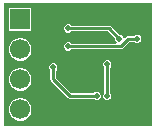
<source format=gbl>
G04*
G04 #@! TF.GenerationSoftware,Altium Limited,Altium Designer,22.1.2 (22)*
G04*
G04 Layer_Physical_Order=2*
G04 Layer_Color=16711680*
%FSLAX25Y25*%
%MOIN*%
G70*
G04*
G04 #@! TF.SameCoordinates,CB40C1EA-8919-4D87-B160-AD71CDEE434D*
G04*
G04*
G04 #@! TF.FilePolarity,Positive*
G04*
G01*
G75*
%ADD11C,0.01000*%
%ADD28C,0.06693*%
%ADD29R,0.06693X0.06693*%
%ADD30C,0.02000*%
G36*
X442500Y296500D02*
X393000D01*
Y337500D01*
X442500D01*
Y296500D01*
D02*
G37*
%LPC*%
G36*
X402247Y335747D02*
X394754D01*
Y328254D01*
X402247D01*
Y335747D01*
D02*
G37*
G36*
X414779Y330400D02*
X414221D01*
X413707Y330187D01*
X413313Y329793D01*
X413100Y329278D01*
Y328721D01*
X413313Y328207D01*
X413707Y327813D01*
X414221Y327600D01*
X414779D01*
X415293Y327813D01*
X415562Y328082D01*
X427620D01*
X430100Y325602D01*
Y325221D01*
X430313Y324707D01*
X430603Y324418D01*
X430459Y323933D01*
X430449Y323918D01*
X415562D01*
X415293Y324187D01*
X414779Y324400D01*
X414221D01*
X413707Y324187D01*
X413313Y323793D01*
X413100Y323278D01*
Y322722D01*
X413313Y322207D01*
X413707Y321813D01*
X414221Y321600D01*
X414779D01*
X415293Y321813D01*
X415562Y322082D01*
X432000D01*
X432351Y322152D01*
X432649Y322351D01*
X434880Y324582D01*
X436438D01*
X436707Y324313D01*
X437221Y324100D01*
X437779D01*
X438293Y324313D01*
X438687Y324707D01*
X438900Y325221D01*
Y325779D01*
X438687Y326293D01*
X438293Y326687D01*
X437779Y326900D01*
X437221D01*
X436707Y326687D01*
X436438Y326418D01*
X434500D01*
X434149Y326348D01*
X433851Y326149D01*
X433400Y325698D01*
X433189Y325732D01*
X432863Y325868D01*
X432687Y326293D01*
X432293Y326687D01*
X431778Y326900D01*
X431398D01*
X428649Y329649D01*
X428351Y329848D01*
X428000Y329918D01*
X415562D01*
X415293Y330187D01*
X414779Y330400D01*
D02*
G37*
G36*
X398993Y325746D02*
X398007D01*
X397054Y325491D01*
X396200Y324998D01*
X395502Y324300D01*
X395009Y323446D01*
X394754Y322493D01*
Y321507D01*
X395009Y320554D01*
X395502Y319700D01*
X396200Y319002D01*
X397054Y318509D01*
X398007Y318253D01*
X398993D01*
X399946Y318509D01*
X400800Y319002D01*
X401498Y319700D01*
X401991Y320554D01*
X402247Y321507D01*
Y322493D01*
X401991Y323446D01*
X401498Y324300D01*
X400800Y324998D01*
X399946Y325491D01*
X398993Y325746D01*
D02*
G37*
G36*
Y315746D02*
X398007D01*
X397054Y315491D01*
X396200Y314998D01*
X395502Y314300D01*
X395009Y313446D01*
X394754Y312493D01*
Y311507D01*
X395009Y310554D01*
X395502Y309700D01*
X396200Y309002D01*
X397054Y308509D01*
X398007Y308254D01*
X398993D01*
X399946Y308509D01*
X400800Y309002D01*
X401498Y309700D01*
X401991Y310554D01*
X402247Y311507D01*
Y312493D01*
X401991Y313446D01*
X401498Y314300D01*
X400800Y314998D01*
X399946Y315491D01*
X398993Y315746D01*
D02*
G37*
G36*
X427778Y318400D02*
X427221D01*
X426707Y318187D01*
X426313Y317793D01*
X426100Y317279D01*
Y316722D01*
X426313Y316207D01*
X426582Y315938D01*
Y307562D01*
X426313Y307293D01*
X426100Y306779D01*
Y306222D01*
X426313Y305707D01*
X426707Y305313D01*
X427221Y305100D01*
X427778D01*
X428293Y305313D01*
X428687Y305707D01*
X428900Y306222D01*
Y306779D01*
X428687Y307293D01*
X428418Y307562D01*
Y315938D01*
X428687Y316207D01*
X428900Y316722D01*
Y317279D01*
X428687Y317793D01*
X428293Y318187D01*
X427778Y318400D01*
D02*
G37*
G36*
X409778Y317400D02*
X409222D01*
X408707Y317187D01*
X408313Y316793D01*
X408100Y316279D01*
Y315722D01*
X408313Y315207D01*
X408582Y314938D01*
Y312000D01*
X408652Y311649D01*
X408851Y311351D01*
X414351Y305851D01*
X414649Y305652D01*
X415000Y305582D01*
X422938D01*
X423207Y305313D01*
X423722Y305100D01*
X424278D01*
X424793Y305313D01*
X425187Y305707D01*
X425400Y306222D01*
Y306779D01*
X425187Y307293D01*
X424793Y307687D01*
X424278Y307900D01*
X423722D01*
X423207Y307687D01*
X422938Y307418D01*
X415380D01*
X410418Y312380D01*
Y314938D01*
X410687Y315207D01*
X410900Y315722D01*
Y316279D01*
X410687Y316793D01*
X410293Y317187D01*
X409778Y317400D01*
D02*
G37*
G36*
X398993Y305747D02*
X398007D01*
X397054Y305491D01*
X396200Y304998D01*
X395502Y304300D01*
X395009Y303446D01*
X394754Y302493D01*
Y301507D01*
X395009Y300554D01*
X395502Y299700D01*
X396200Y299002D01*
X397054Y298509D01*
X398007Y298253D01*
X398993D01*
X399946Y298509D01*
X400800Y299002D01*
X401498Y299700D01*
X401991Y300554D01*
X402247Y301507D01*
Y302493D01*
X401991Y303446D01*
X401498Y304300D01*
X400800Y304998D01*
X399946Y305491D01*
X398993Y305747D01*
D02*
G37*
%LPD*%
D11*
X414500Y329000D02*
X428000D01*
X431500Y325500D01*
X434500D02*
X437500D01*
X432000Y323000D02*
X434500Y325500D01*
X414500Y323000D02*
X432000D01*
X427500Y306500D02*
Y317000D01*
X415000Y306500D02*
X424000D01*
X409500Y312000D02*
X415000Y306500D01*
X409500Y312000D02*
Y316000D01*
D28*
X398500Y302000D02*
D03*
Y312000D02*
D03*
Y322000D02*
D03*
D29*
Y332000D02*
D03*
D30*
X414500Y329000D02*
D03*
Y323000D02*
D03*
X427500Y306500D02*
D03*
X424000D02*
D03*
X427500Y317000D02*
D03*
X409500Y316000D02*
D03*
X437500Y325500D02*
D03*
X431500D02*
D03*
M02*

</source>
